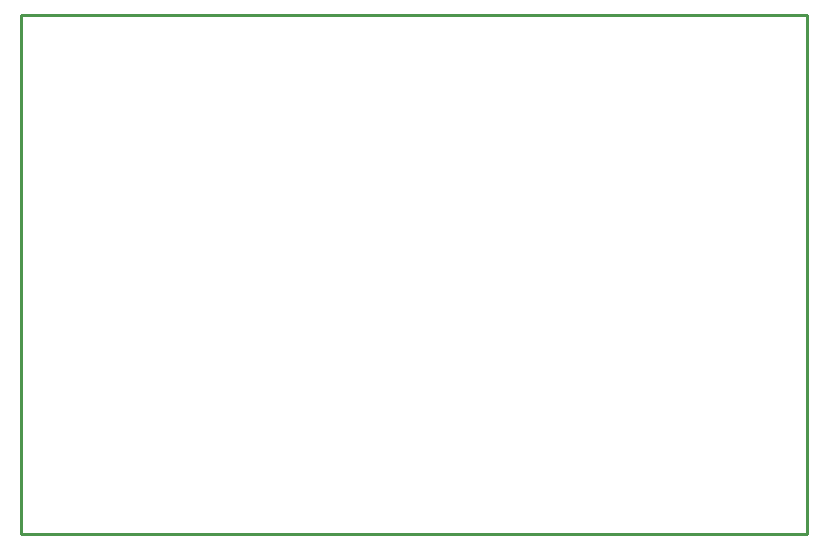
<source format=gko>
G04 Layer: BoardOutlineLayer*
G04 EasyEDA v6.5.40, 2024-02-19 09:39:11*
G04 Gerber Generator version 0.2*
G04 Scale: 100 percent, Rotated: No, Reflected: No *
G04 Dimensions in millimeters *
G04 leading zeros omitted , absolute positions ,4 integer and 5 decimal *
%FSLAX45Y45*%
%MOMM*%

%ADD10C,0.2540*%
D10*
X700023Y14199870D02*
G01*
X7299959Y14199870D01*
X7299959Y9800081D01*
X647700Y9800081D01*
X647700Y14199870D01*
X700023Y14199870D01*

%LPD*%
M02*

</source>
